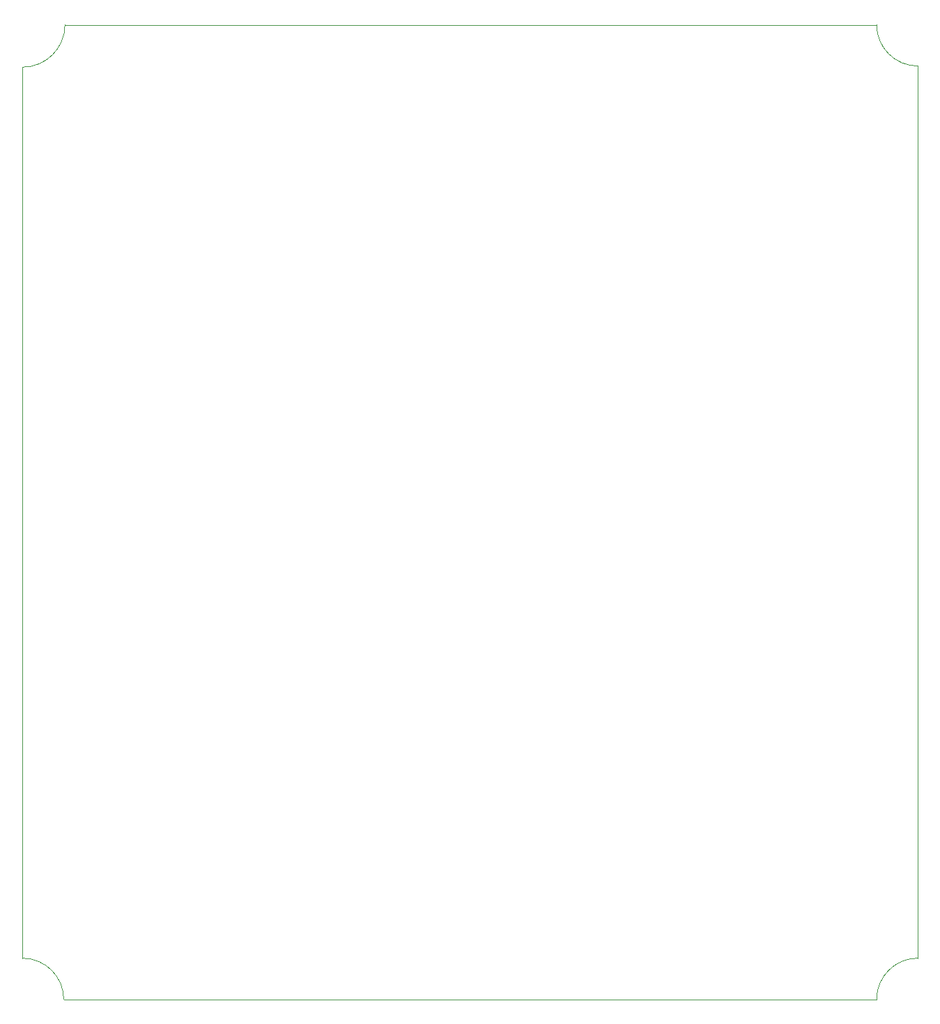
<source format=gbr>
%TF.GenerationSoftware,KiCad,Pcbnew,9.0.2*%
%TF.CreationDate,2025-08-17T15:34:09-06:00*%
%TF.ProjectId,keypadV2-compact,6b657970-6164-4563-922d-636f6d706163,rev?*%
%TF.SameCoordinates,Original*%
%TF.FileFunction,Profile,NP*%
%FSLAX46Y46*%
G04 Gerber Fmt 4.6, Leading zero omitted, Abs format (unit mm)*
G04 Created by KiCad (PCBNEW 9.0.2) date 2025-08-17 15:34:09*
%MOMM*%
%LPD*%
G01*
G04 APERTURE LIST*
%TA.AperFunction,Profile*%
%ADD10C,0.050000*%
%TD*%
G04 APERTURE END LIST*
D10*
X72930000Y-235122855D02*
X72930000Y-126971964D01*
X181705000Y-126827768D02*
G75*
G02*
X176701932Y-121825012I0J5003068D01*
G01*
X78076962Y-121830140D02*
G75*
G02*
X72930000Y-126971965I-5146962J5140D01*
G01*
X176701979Y-121825012D02*
X78076962Y-121830140D01*
X72930000Y-235122855D02*
G75*
G02*
X77932145Y-240125000I0J-5002145D01*
G01*
X181705000Y-235115952D02*
X181705000Y-126827962D01*
X176700952Y-240120000D02*
G75*
G02*
X181705000Y-235115952I5004048J0D01*
G01*
X77933650Y-240124770D02*
X176700952Y-240120230D01*
M02*

</source>
